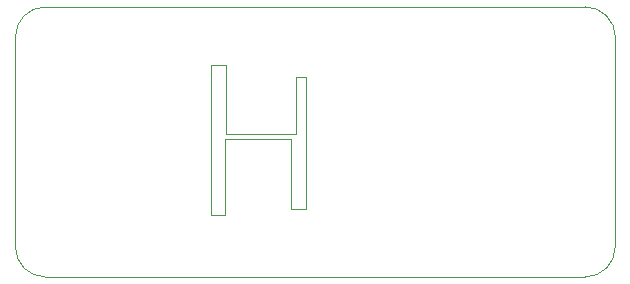
<source format=gbr>
G04 #@! TF.GenerationSoftware,KiCad,Pcbnew,(5.1.4)-1*
G04 #@! TF.CreationDate,2019-12-01T21:56:44-05:00*
G04 #@! TF.ProjectId,Feather-weather-station,46656174-6865-4722-9d77-656174686572,rev?*
G04 #@! TF.SameCoordinates,Original*
G04 #@! TF.FileFunction,Profile,NP*
%FSLAX46Y46*%
G04 Gerber Fmt 4.6, Leading zero omitted, Abs format (unit mm)*
G04 Created by KiCad (PCBNEW (5.1.4)-1) date 2019-12-01 21:56:44*
%MOMM*%
%LPD*%
G04 APERTURE LIST*
%ADD10C,0.100000*%
%ADD11C,0.050000*%
G04 APERTURE END LIST*
D10*
X143941800Y-68135500D02*
X142624600Y-68135500D01*
X143941800Y-68135500D02*
X143941800Y-56921400D01*
X137071100Y-68580000D02*
X135890000Y-68580000D01*
X142624600Y-62179200D02*
X142624600Y-68135500D01*
X143941800Y-56921400D02*
X143052800Y-56921400D01*
X137160000Y-55880000D02*
X137160000Y-61722000D01*
X135890000Y-55880000D02*
X137160000Y-55880000D01*
X135890000Y-68580000D02*
X135890000Y-55880000D01*
X137071100Y-62179200D02*
X137071100Y-68580000D01*
X142624600Y-62179200D02*
X137071100Y-62179200D01*
X143052800Y-57150000D02*
X143052800Y-56921400D01*
X143052800Y-61722000D02*
X143052800Y-57150000D01*
X137160000Y-61722000D02*
X143052800Y-61722000D01*
D11*
X170091100Y-71310500D02*
G75*
G02X167551100Y-73850500I-2540000J0D01*
G01*
X167551100Y-50990500D02*
G75*
G02X170091100Y-53530500I0J-2540000D01*
G01*
X119291100Y-53530500D02*
X119291100Y-71310500D01*
X121831100Y-73850500D02*
G75*
G02X119291100Y-71310500I0J2540000D01*
G01*
X121831100Y-50990500D02*
X167551100Y-50990500D01*
X119291100Y-53530500D02*
G75*
G02X121831100Y-50990500I2540000J0D01*
G01*
X170091100Y-71310500D02*
X170091100Y-53530500D01*
X167551100Y-73850500D02*
X121831100Y-73850500D01*
M02*

</source>
